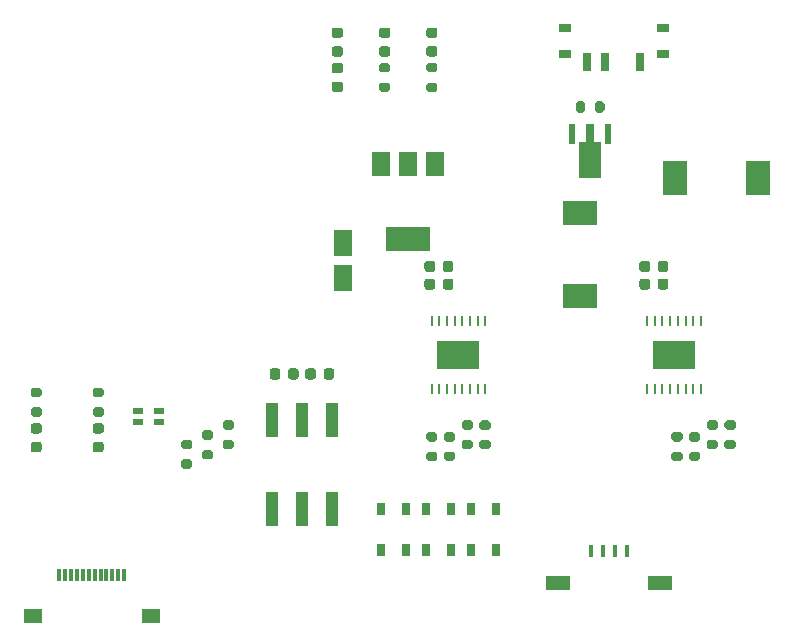
<source format=gtp>
G04 #@! TF.GenerationSoftware,KiCad,Pcbnew,(5.1.10)-1*
G04 #@! TF.CreationDate,2022-02-06T13:41:47+09:00*
G04 #@! TF.ProjectId,Power,506f7765-722e-46b6-9963-61645f706362,rev?*
G04 #@! TF.SameCoordinates,Original*
G04 #@! TF.FileFunction,Paste,Top*
G04 #@! TF.FilePolarity,Positive*
%FSLAX46Y46*%
G04 Gerber Fmt 4.6, Leading zero omitted, Abs format (unit mm)*
G04 Created by KiCad (PCBNEW (5.1.10)-1) date 2022-02-06 13:41:47*
%MOMM*%
%LPD*%
G01*
G04 APERTURE LIST*
%ADD10R,1.000000X0.800000*%
%ADD11R,0.700000X1.500000*%
%ADD12R,1.500000X2.000000*%
%ADD13R,3.800000X2.000000*%
%ADD14R,1.933000X3.030000*%
%ADD15R,0.580000X1.730000*%
%ADD16R,0.760000X1.500000*%
%ADD17R,2.000000X3.000000*%
%ADD18R,3.000000X2.000000*%
%ADD19R,1.600000X2.200000*%
%ADD20R,0.850000X0.500000*%
%ADD21R,0.400000X1.000000*%
%ADD22R,2.000000X1.300000*%
%ADD23R,1.000000X3.000000*%
%ADD24R,0.650000X1.050000*%
%ADD25R,3.550000X2.460000*%
%ADD26R,0.290000X0.970000*%
%ADD27R,1.650000X1.300000*%
%ADD28R,0.300000X1.000000*%
G04 APERTURE END LIST*
D10*
X22550000Y23500000D03*
X22550000Y25700000D03*
X14250000Y25700000D03*
X14250000Y23500000D03*
D11*
X20650000Y22850000D03*
X17650000Y22850000D03*
X16150000Y22850000D03*
D12*
X3300000Y14150000D03*
X-1300000Y14150000D03*
X1000000Y14150000D03*
D13*
X1000000Y7850000D03*
D14*
X16400000Y14542500D03*
D15*
X17900000Y16692500D03*
D16*
X16400000Y16807500D03*
D15*
X14900000Y16692500D03*
D17*
X30600000Y13000000D03*
X23600000Y13000000D03*
D18*
X15500000Y3000000D03*
X15500000Y10000000D03*
D19*
X-4500000Y4500000D03*
X-4500000Y7500000D03*
G36*
G01*
X-6825000Y-3350000D02*
X-6825000Y-3850000D01*
G75*
G02*
X-7050000Y-4075000I-225000J0D01*
G01*
X-7500000Y-4075000D01*
G75*
G02*
X-7725000Y-3850000I0J225000D01*
G01*
X-7725000Y-3350000D01*
G75*
G02*
X-7500000Y-3125000I225000J0D01*
G01*
X-7050000Y-3125000D01*
G75*
G02*
X-6825000Y-3350000I0J-225000D01*
G01*
G37*
G36*
G01*
X-5275000Y-3350000D02*
X-5275000Y-3850000D01*
G75*
G02*
X-5500000Y-4075000I-225000J0D01*
G01*
X-5950000Y-4075000D01*
G75*
G02*
X-6175000Y-3850000I0J225000D01*
G01*
X-6175000Y-3350000D01*
G75*
G02*
X-5950000Y-3125000I225000J0D01*
G01*
X-5500000Y-3125000D01*
G75*
G02*
X-5275000Y-3350000I0J-225000D01*
G01*
G37*
G36*
G01*
X-9175000Y-3850000D02*
X-9175000Y-3350000D01*
G75*
G02*
X-8950000Y-3125000I225000J0D01*
G01*
X-8500000Y-3125000D01*
G75*
G02*
X-8275000Y-3350000I0J-225000D01*
G01*
X-8275000Y-3850000D01*
G75*
G02*
X-8500000Y-4075000I-225000J0D01*
G01*
X-8950000Y-4075000D01*
G75*
G02*
X-9175000Y-3850000I0J225000D01*
G01*
G37*
G36*
G01*
X-10725000Y-3850000D02*
X-10725000Y-3350000D01*
G75*
G02*
X-10500000Y-3125000I225000J0D01*
G01*
X-10050000Y-3125000D01*
G75*
G02*
X-9825000Y-3350000I0J-225000D01*
G01*
X-9825000Y-3850000D01*
G75*
G02*
X-10050000Y-4075000I-225000J0D01*
G01*
X-10500000Y-4075000D01*
G75*
G02*
X-10725000Y-3850000I0J225000D01*
G01*
G37*
G36*
G01*
X21475000Y5750000D02*
X21475000Y5250000D01*
G75*
G02*
X21250000Y5025000I-225000J0D01*
G01*
X20800000Y5025000D01*
G75*
G02*
X20575000Y5250000I0J225000D01*
G01*
X20575000Y5750000D01*
G75*
G02*
X20800000Y5975000I225000J0D01*
G01*
X21250000Y5975000D01*
G75*
G02*
X21475000Y5750000I0J-225000D01*
G01*
G37*
G36*
G01*
X23025000Y5750000D02*
X23025000Y5250000D01*
G75*
G02*
X22800000Y5025000I-225000J0D01*
G01*
X22350000Y5025000D01*
G75*
G02*
X22125000Y5250000I0J225000D01*
G01*
X22125000Y5750000D01*
G75*
G02*
X22350000Y5975000I225000J0D01*
G01*
X22800000Y5975000D01*
G75*
G02*
X23025000Y5750000I0J-225000D01*
G01*
G37*
G36*
G01*
X3275000Y5750000D02*
X3275000Y5250000D01*
G75*
G02*
X3050000Y5025000I-225000J0D01*
G01*
X2600000Y5025000D01*
G75*
G02*
X2375000Y5250000I0J225000D01*
G01*
X2375000Y5750000D01*
G75*
G02*
X2600000Y5975000I225000J0D01*
G01*
X3050000Y5975000D01*
G75*
G02*
X3275000Y5750000I0J-225000D01*
G01*
G37*
G36*
G01*
X4825000Y5750000D02*
X4825000Y5250000D01*
G75*
G02*
X4600000Y5025000I-225000J0D01*
G01*
X4150000Y5025000D01*
G75*
G02*
X3925000Y5250000I0J225000D01*
G01*
X3925000Y5750000D01*
G75*
G02*
X4150000Y5975000I225000J0D01*
G01*
X4600000Y5975000D01*
G75*
G02*
X4825000Y5750000I0J-225000D01*
G01*
G37*
G36*
G01*
X21475000Y4250000D02*
X21475000Y3750000D01*
G75*
G02*
X21250000Y3525000I-225000J0D01*
G01*
X20800000Y3525000D01*
G75*
G02*
X20575000Y3750000I0J225000D01*
G01*
X20575000Y4250000D01*
G75*
G02*
X20800000Y4475000I225000J0D01*
G01*
X21250000Y4475000D01*
G75*
G02*
X21475000Y4250000I0J-225000D01*
G01*
G37*
G36*
G01*
X23025000Y4250000D02*
X23025000Y3750000D01*
G75*
G02*
X22800000Y3525000I-225000J0D01*
G01*
X22350000Y3525000D01*
G75*
G02*
X22125000Y3750000I0J225000D01*
G01*
X22125000Y4250000D01*
G75*
G02*
X22350000Y4475000I225000J0D01*
G01*
X22800000Y4475000D01*
G75*
G02*
X23025000Y4250000I0J-225000D01*
G01*
G37*
G36*
G01*
X3275000Y4250000D02*
X3275000Y3750000D01*
G75*
G02*
X3050000Y3525000I-225000J0D01*
G01*
X2600000Y3525000D01*
G75*
G02*
X2375000Y3750000I0J225000D01*
G01*
X2375000Y4250000D01*
G75*
G02*
X2600000Y4475000I225000J0D01*
G01*
X3050000Y4475000D01*
G75*
G02*
X3275000Y4250000I0J-225000D01*
G01*
G37*
G36*
G01*
X4825000Y4250000D02*
X4825000Y3750000D01*
G75*
G02*
X4600000Y3525000I-225000J0D01*
G01*
X4150000Y3525000D01*
G75*
G02*
X3925000Y3750000I0J225000D01*
G01*
X3925000Y4250000D01*
G75*
G02*
X4150000Y4475000I225000J0D01*
G01*
X4600000Y4475000D01*
G75*
G02*
X4825000Y4250000I0J-225000D01*
G01*
G37*
G36*
G01*
X-5256250Y24150000D02*
X-4743750Y24150000D01*
G75*
G02*
X-4525000Y23931250I0J-218750D01*
G01*
X-4525000Y23493750D01*
G75*
G02*
X-4743750Y23275000I-218750J0D01*
G01*
X-5256250Y23275000D01*
G75*
G02*
X-5475000Y23493750I0J218750D01*
G01*
X-5475000Y23931250D01*
G75*
G02*
X-5256250Y24150000I218750J0D01*
G01*
G37*
G36*
G01*
X-5256250Y25725000D02*
X-4743750Y25725000D01*
G75*
G02*
X-4525000Y25506250I0J-218750D01*
G01*
X-4525000Y25068750D01*
G75*
G02*
X-4743750Y24850000I-218750J0D01*
G01*
X-5256250Y24850000D01*
G75*
G02*
X-5475000Y25068750I0J218750D01*
G01*
X-5475000Y25506250D01*
G75*
G02*
X-5256250Y25725000I218750J0D01*
G01*
G37*
G36*
G01*
X-1256250Y24150000D02*
X-743750Y24150000D01*
G75*
G02*
X-525000Y23931250I0J-218750D01*
G01*
X-525000Y23493750D01*
G75*
G02*
X-743750Y23275000I-218750J0D01*
G01*
X-1256250Y23275000D01*
G75*
G02*
X-1475000Y23493750I0J218750D01*
G01*
X-1475000Y23931250D01*
G75*
G02*
X-1256250Y24150000I218750J0D01*
G01*
G37*
G36*
G01*
X-1256250Y25725000D02*
X-743750Y25725000D01*
G75*
G02*
X-525000Y25506250I0J-218750D01*
G01*
X-525000Y25068750D01*
G75*
G02*
X-743750Y24850000I-218750J0D01*
G01*
X-1256250Y24850000D01*
G75*
G02*
X-1475000Y25068750I0J218750D01*
G01*
X-1475000Y25506250D01*
G75*
G02*
X-1256250Y25725000I218750J0D01*
G01*
G37*
G36*
G01*
X2743750Y24150000D02*
X3256250Y24150000D01*
G75*
G02*
X3475000Y23931250I0J-218750D01*
G01*
X3475000Y23493750D01*
G75*
G02*
X3256250Y23275000I-218750J0D01*
G01*
X2743750Y23275000D01*
G75*
G02*
X2525000Y23493750I0J218750D01*
G01*
X2525000Y23931250D01*
G75*
G02*
X2743750Y24150000I218750J0D01*
G01*
G37*
G36*
G01*
X2743750Y25725000D02*
X3256250Y25725000D01*
G75*
G02*
X3475000Y25506250I0J-218750D01*
G01*
X3475000Y25068750D01*
G75*
G02*
X3256250Y24850000I-218750J0D01*
G01*
X2743750Y24850000D01*
G75*
G02*
X2525000Y25068750I0J218750D01*
G01*
X2525000Y25506250D01*
G75*
G02*
X2743750Y25725000I218750J0D01*
G01*
G37*
D20*
X-21875000Y-7700000D03*
X-20125000Y-7700000D03*
X-20125000Y-6700000D03*
X-21875000Y-6700000D03*
G36*
G01*
X-24993750Y-8650000D02*
X-25506250Y-8650000D01*
G75*
G02*
X-25725000Y-8431250I0J218750D01*
G01*
X-25725000Y-7993750D01*
G75*
G02*
X-25506250Y-7775000I218750J0D01*
G01*
X-24993750Y-7775000D01*
G75*
G02*
X-24775000Y-7993750I0J-218750D01*
G01*
X-24775000Y-8431250D01*
G75*
G02*
X-24993750Y-8650000I-218750J0D01*
G01*
G37*
G36*
G01*
X-24993750Y-10225000D02*
X-25506250Y-10225000D01*
G75*
G02*
X-25725000Y-10006250I0J218750D01*
G01*
X-25725000Y-9568750D01*
G75*
G02*
X-25506250Y-9350000I218750J0D01*
G01*
X-24993750Y-9350000D01*
G75*
G02*
X-24775000Y-9568750I0J-218750D01*
G01*
X-24775000Y-10006250D01*
G75*
G02*
X-24993750Y-10225000I-218750J0D01*
G01*
G37*
G36*
G01*
X-30243750Y-8650000D02*
X-30756250Y-8650000D01*
G75*
G02*
X-30975000Y-8431250I0J218750D01*
G01*
X-30975000Y-7993750D01*
G75*
G02*
X-30756250Y-7775000I218750J0D01*
G01*
X-30243750Y-7775000D01*
G75*
G02*
X-30025000Y-7993750I0J-218750D01*
G01*
X-30025000Y-8431250D01*
G75*
G02*
X-30243750Y-8650000I-218750J0D01*
G01*
G37*
G36*
G01*
X-30243750Y-10225000D02*
X-30756250Y-10225000D01*
G75*
G02*
X-30975000Y-10006250I0J218750D01*
G01*
X-30975000Y-9568750D01*
G75*
G02*
X-30756250Y-9350000I218750J0D01*
G01*
X-30243750Y-9350000D01*
G75*
G02*
X-30025000Y-9568750I0J-218750D01*
G01*
X-30025000Y-10006250D01*
G75*
G02*
X-30243750Y-10225000I-218750J0D01*
G01*
G37*
D21*
X19500000Y-18590000D03*
X18500000Y-18590000D03*
X17500000Y-18590000D03*
X16500000Y-18590000D03*
D22*
X22300000Y-21290000D03*
X13700000Y-21290000D03*
G36*
G01*
X15975000Y19275000D02*
X15975000Y18725000D01*
G75*
G02*
X15775000Y18525000I-200000J0D01*
G01*
X15375000Y18525000D01*
G75*
G02*
X15175000Y18725000I0J200000D01*
G01*
X15175000Y19275000D01*
G75*
G02*
X15375000Y19475000I200000J0D01*
G01*
X15775000Y19475000D01*
G75*
G02*
X15975000Y19275000I0J-200000D01*
G01*
G37*
G36*
G01*
X17625000Y19275000D02*
X17625000Y18725000D01*
G75*
G02*
X17425000Y18525000I-200000J0D01*
G01*
X17025000Y18525000D01*
G75*
G02*
X16825000Y18725000I0J200000D01*
G01*
X16825000Y19275000D01*
G75*
G02*
X17025000Y19475000I200000J0D01*
G01*
X17425000Y19475000D01*
G75*
G02*
X17625000Y19275000I0J-200000D01*
G01*
G37*
G36*
G01*
X-4743750Y21850000D02*
X-5256250Y21850000D01*
G75*
G02*
X-5475000Y22068750I0J218750D01*
G01*
X-5475000Y22506250D01*
G75*
G02*
X-5256250Y22725000I218750J0D01*
G01*
X-4743750Y22725000D01*
G75*
G02*
X-4525000Y22506250I0J-218750D01*
G01*
X-4525000Y22068750D01*
G75*
G02*
X-4743750Y21850000I-218750J0D01*
G01*
G37*
G36*
G01*
X-4743750Y20275000D02*
X-5256250Y20275000D01*
G75*
G02*
X-5475000Y20493750I0J218750D01*
G01*
X-5475000Y20931250D01*
G75*
G02*
X-5256250Y21150000I218750J0D01*
G01*
X-4743750Y21150000D01*
G75*
G02*
X-4525000Y20931250I0J-218750D01*
G01*
X-4525000Y20493750D01*
G75*
G02*
X-4743750Y20275000I-218750J0D01*
G01*
G37*
G36*
G01*
X-725000Y21925000D02*
X-1275000Y21925000D01*
G75*
G02*
X-1475000Y22125000I0J200000D01*
G01*
X-1475000Y22525000D01*
G75*
G02*
X-1275000Y22725000I200000J0D01*
G01*
X-725000Y22725000D01*
G75*
G02*
X-525000Y22525000I0J-200000D01*
G01*
X-525000Y22125000D01*
G75*
G02*
X-725000Y21925000I-200000J0D01*
G01*
G37*
G36*
G01*
X-725000Y20275000D02*
X-1275000Y20275000D01*
G75*
G02*
X-1475000Y20475000I0J200000D01*
G01*
X-1475000Y20875000D01*
G75*
G02*
X-1275000Y21075000I200000J0D01*
G01*
X-725000Y21075000D01*
G75*
G02*
X-525000Y20875000I0J-200000D01*
G01*
X-525000Y20475000D01*
G75*
G02*
X-725000Y20275000I-200000J0D01*
G01*
G37*
G36*
G01*
X3275000Y21925000D02*
X2725000Y21925000D01*
G75*
G02*
X2525000Y22125000I0J200000D01*
G01*
X2525000Y22525000D01*
G75*
G02*
X2725000Y22725000I200000J0D01*
G01*
X3275000Y22725000D01*
G75*
G02*
X3475000Y22525000I0J-200000D01*
G01*
X3475000Y22125000D01*
G75*
G02*
X3275000Y21925000I-200000J0D01*
G01*
G37*
G36*
G01*
X3275000Y20275000D02*
X2725000Y20275000D01*
G75*
G02*
X2525000Y20475000I0J200000D01*
G01*
X2525000Y20875000D01*
G75*
G02*
X2725000Y21075000I200000J0D01*
G01*
X3275000Y21075000D01*
G75*
G02*
X3475000Y20875000I0J-200000D01*
G01*
X3475000Y20475000D01*
G75*
G02*
X3275000Y20275000I-200000J0D01*
G01*
G37*
G36*
G01*
X24025000Y-9325000D02*
X23475000Y-9325000D01*
G75*
G02*
X23275000Y-9125000I0J200000D01*
G01*
X23275000Y-8725000D01*
G75*
G02*
X23475000Y-8525000I200000J0D01*
G01*
X24025000Y-8525000D01*
G75*
G02*
X24225000Y-8725000I0J-200000D01*
G01*
X24225000Y-9125000D01*
G75*
G02*
X24025000Y-9325000I-200000J0D01*
G01*
G37*
G36*
G01*
X24025000Y-10975000D02*
X23475000Y-10975000D01*
G75*
G02*
X23275000Y-10775000I0J200000D01*
G01*
X23275000Y-10375000D01*
G75*
G02*
X23475000Y-10175000I200000J0D01*
G01*
X24025000Y-10175000D01*
G75*
G02*
X24225000Y-10375000I0J-200000D01*
G01*
X24225000Y-10775000D01*
G75*
G02*
X24025000Y-10975000I-200000J0D01*
G01*
G37*
G36*
G01*
X3275000Y-9325000D02*
X2725000Y-9325000D01*
G75*
G02*
X2525000Y-9125000I0J200000D01*
G01*
X2525000Y-8725000D01*
G75*
G02*
X2725000Y-8525000I200000J0D01*
G01*
X3275000Y-8525000D01*
G75*
G02*
X3475000Y-8725000I0J-200000D01*
G01*
X3475000Y-9125000D01*
G75*
G02*
X3275000Y-9325000I-200000J0D01*
G01*
G37*
G36*
G01*
X3275000Y-10975000D02*
X2725000Y-10975000D01*
G75*
G02*
X2525000Y-10775000I0J200000D01*
G01*
X2525000Y-10375000D01*
G75*
G02*
X2725000Y-10175000I200000J0D01*
G01*
X3275000Y-10175000D01*
G75*
G02*
X3475000Y-10375000I0J-200000D01*
G01*
X3475000Y-10775000D01*
G75*
G02*
X3275000Y-10975000I-200000J0D01*
G01*
G37*
G36*
G01*
X4775000Y-9325000D02*
X4225000Y-9325000D01*
G75*
G02*
X4025000Y-9125000I0J200000D01*
G01*
X4025000Y-8725000D01*
G75*
G02*
X4225000Y-8525000I200000J0D01*
G01*
X4775000Y-8525000D01*
G75*
G02*
X4975000Y-8725000I0J-200000D01*
G01*
X4975000Y-9125000D01*
G75*
G02*
X4775000Y-9325000I-200000J0D01*
G01*
G37*
G36*
G01*
X4775000Y-10975000D02*
X4225000Y-10975000D01*
G75*
G02*
X4025000Y-10775000I0J200000D01*
G01*
X4025000Y-10375000D01*
G75*
G02*
X4225000Y-10175000I200000J0D01*
G01*
X4775000Y-10175000D01*
G75*
G02*
X4975000Y-10375000I0J-200000D01*
G01*
X4975000Y-10775000D01*
G75*
G02*
X4775000Y-10975000I-200000J0D01*
G01*
G37*
G36*
G01*
X-25525000Y-6425000D02*
X-24975000Y-6425000D01*
G75*
G02*
X-24775000Y-6625000I0J-200000D01*
G01*
X-24775000Y-7025000D01*
G75*
G02*
X-24975000Y-7225000I-200000J0D01*
G01*
X-25525000Y-7225000D01*
G75*
G02*
X-25725000Y-7025000I0J200000D01*
G01*
X-25725000Y-6625000D01*
G75*
G02*
X-25525000Y-6425000I200000J0D01*
G01*
G37*
G36*
G01*
X-25525000Y-4775000D02*
X-24975000Y-4775000D01*
G75*
G02*
X-24775000Y-4975000I0J-200000D01*
G01*
X-24775000Y-5375000D01*
G75*
G02*
X-24975000Y-5575000I-200000J0D01*
G01*
X-25525000Y-5575000D01*
G75*
G02*
X-25725000Y-5375000I0J200000D01*
G01*
X-25725000Y-4975000D01*
G75*
G02*
X-25525000Y-4775000I200000J0D01*
G01*
G37*
G36*
G01*
X-30775000Y-6425000D02*
X-30225000Y-6425000D01*
G75*
G02*
X-30025000Y-6625000I0J-200000D01*
G01*
X-30025000Y-7025000D01*
G75*
G02*
X-30225000Y-7225000I-200000J0D01*
G01*
X-30775000Y-7225000D01*
G75*
G02*
X-30975000Y-7025000I0J200000D01*
G01*
X-30975000Y-6625000D01*
G75*
G02*
X-30775000Y-6425000I200000J0D01*
G01*
G37*
G36*
G01*
X-30775000Y-4775000D02*
X-30225000Y-4775000D01*
G75*
G02*
X-30025000Y-4975000I0J-200000D01*
G01*
X-30025000Y-5375000D01*
G75*
G02*
X-30225000Y-5575000I-200000J0D01*
G01*
X-30775000Y-5575000D01*
G75*
G02*
X-30975000Y-5375000I0J200000D01*
G01*
X-30975000Y-4975000D01*
G75*
G02*
X-30775000Y-4775000I200000J0D01*
G01*
G37*
G36*
G01*
X25525000Y-9325000D02*
X24975000Y-9325000D01*
G75*
G02*
X24775000Y-9125000I0J200000D01*
G01*
X24775000Y-8725000D01*
G75*
G02*
X24975000Y-8525000I200000J0D01*
G01*
X25525000Y-8525000D01*
G75*
G02*
X25725000Y-8725000I0J-200000D01*
G01*
X25725000Y-9125000D01*
G75*
G02*
X25525000Y-9325000I-200000J0D01*
G01*
G37*
G36*
G01*
X25525000Y-10975000D02*
X24975000Y-10975000D01*
G75*
G02*
X24775000Y-10775000I0J200000D01*
G01*
X24775000Y-10375000D01*
G75*
G02*
X24975000Y-10175000I200000J0D01*
G01*
X25525000Y-10175000D01*
G75*
G02*
X25725000Y-10375000I0J-200000D01*
G01*
X25725000Y-10775000D01*
G75*
G02*
X25525000Y-10975000I-200000J0D01*
G01*
G37*
G36*
G01*
X5725000Y-9175000D02*
X6275000Y-9175000D01*
G75*
G02*
X6475000Y-9375000I0J-200000D01*
G01*
X6475000Y-9775000D01*
G75*
G02*
X6275000Y-9975000I-200000J0D01*
G01*
X5725000Y-9975000D01*
G75*
G02*
X5525000Y-9775000I0J200000D01*
G01*
X5525000Y-9375000D01*
G75*
G02*
X5725000Y-9175000I200000J0D01*
G01*
G37*
G36*
G01*
X5725000Y-7525000D02*
X6275000Y-7525000D01*
G75*
G02*
X6475000Y-7725000I0J-200000D01*
G01*
X6475000Y-8125000D01*
G75*
G02*
X6275000Y-8325000I-200000J0D01*
G01*
X5725000Y-8325000D01*
G75*
G02*
X5525000Y-8125000I0J200000D01*
G01*
X5525000Y-7725000D01*
G75*
G02*
X5725000Y-7525000I200000J0D01*
G01*
G37*
G36*
G01*
X27975000Y-9175000D02*
X28525000Y-9175000D01*
G75*
G02*
X28725000Y-9375000I0J-200000D01*
G01*
X28725000Y-9775000D01*
G75*
G02*
X28525000Y-9975000I-200000J0D01*
G01*
X27975000Y-9975000D01*
G75*
G02*
X27775000Y-9775000I0J200000D01*
G01*
X27775000Y-9375000D01*
G75*
G02*
X27975000Y-9175000I200000J0D01*
G01*
G37*
G36*
G01*
X27975000Y-7525000D02*
X28525000Y-7525000D01*
G75*
G02*
X28725000Y-7725000I0J-200000D01*
G01*
X28725000Y-8125000D01*
G75*
G02*
X28525000Y-8325000I-200000J0D01*
G01*
X27975000Y-8325000D01*
G75*
G02*
X27775000Y-8125000I0J200000D01*
G01*
X27775000Y-7725000D01*
G75*
G02*
X27975000Y-7525000I200000J0D01*
G01*
G37*
G36*
G01*
X7225000Y-9175000D02*
X7775000Y-9175000D01*
G75*
G02*
X7975000Y-9375000I0J-200000D01*
G01*
X7975000Y-9775000D01*
G75*
G02*
X7775000Y-9975000I-200000J0D01*
G01*
X7225000Y-9975000D01*
G75*
G02*
X7025000Y-9775000I0J200000D01*
G01*
X7025000Y-9375000D01*
G75*
G02*
X7225000Y-9175000I200000J0D01*
G01*
G37*
G36*
G01*
X7225000Y-7525000D02*
X7775000Y-7525000D01*
G75*
G02*
X7975000Y-7725000I0J-200000D01*
G01*
X7975000Y-8125000D01*
G75*
G02*
X7775000Y-8325000I-200000J0D01*
G01*
X7225000Y-8325000D01*
G75*
G02*
X7025000Y-8125000I0J200000D01*
G01*
X7025000Y-7725000D01*
G75*
G02*
X7225000Y-7525000I200000J0D01*
G01*
G37*
G36*
G01*
X-14525000Y-9175000D02*
X-13975000Y-9175000D01*
G75*
G02*
X-13775000Y-9375000I0J-200000D01*
G01*
X-13775000Y-9775000D01*
G75*
G02*
X-13975000Y-9975000I-200000J0D01*
G01*
X-14525000Y-9975000D01*
G75*
G02*
X-14725000Y-9775000I0J200000D01*
G01*
X-14725000Y-9375000D01*
G75*
G02*
X-14525000Y-9175000I200000J0D01*
G01*
G37*
G36*
G01*
X-14525000Y-7525000D02*
X-13975000Y-7525000D01*
G75*
G02*
X-13775000Y-7725000I0J-200000D01*
G01*
X-13775000Y-8125000D01*
G75*
G02*
X-13975000Y-8325000I-200000J0D01*
G01*
X-14525000Y-8325000D01*
G75*
G02*
X-14725000Y-8125000I0J200000D01*
G01*
X-14725000Y-7725000D01*
G75*
G02*
X-14525000Y-7525000I200000J0D01*
G01*
G37*
G36*
G01*
X-16275000Y-10025000D02*
X-15725000Y-10025000D01*
G75*
G02*
X-15525000Y-10225000I0J-200000D01*
G01*
X-15525000Y-10625000D01*
G75*
G02*
X-15725000Y-10825000I-200000J0D01*
G01*
X-16275000Y-10825000D01*
G75*
G02*
X-16475000Y-10625000I0J200000D01*
G01*
X-16475000Y-10225000D01*
G75*
G02*
X-16275000Y-10025000I200000J0D01*
G01*
G37*
G36*
G01*
X-16275000Y-8375000D02*
X-15725000Y-8375000D01*
G75*
G02*
X-15525000Y-8575000I0J-200000D01*
G01*
X-15525000Y-8975000D01*
G75*
G02*
X-15725000Y-9175000I-200000J0D01*
G01*
X-16275000Y-9175000D01*
G75*
G02*
X-16475000Y-8975000I0J200000D01*
G01*
X-16475000Y-8575000D01*
G75*
G02*
X-16275000Y-8375000I200000J0D01*
G01*
G37*
G36*
G01*
X-18025000Y-10825000D02*
X-17475000Y-10825000D01*
G75*
G02*
X-17275000Y-11025000I0J-200000D01*
G01*
X-17275000Y-11425000D01*
G75*
G02*
X-17475000Y-11625000I-200000J0D01*
G01*
X-18025000Y-11625000D01*
G75*
G02*
X-18225000Y-11425000I0J200000D01*
G01*
X-18225000Y-11025000D01*
G75*
G02*
X-18025000Y-10825000I200000J0D01*
G01*
G37*
G36*
G01*
X-18025000Y-9175000D02*
X-17475000Y-9175000D01*
G75*
G02*
X-17275000Y-9375000I0J-200000D01*
G01*
X-17275000Y-9775000D01*
G75*
G02*
X-17475000Y-9975000I-200000J0D01*
G01*
X-18025000Y-9975000D01*
G75*
G02*
X-18225000Y-9775000I0J200000D01*
G01*
X-18225000Y-9375000D01*
G75*
G02*
X-18025000Y-9175000I200000J0D01*
G01*
G37*
G36*
G01*
X26475000Y-9175000D02*
X27025000Y-9175000D01*
G75*
G02*
X27225000Y-9375000I0J-200000D01*
G01*
X27225000Y-9775000D01*
G75*
G02*
X27025000Y-9975000I-200000J0D01*
G01*
X26475000Y-9975000D01*
G75*
G02*
X26275000Y-9775000I0J200000D01*
G01*
X26275000Y-9375000D01*
G75*
G02*
X26475000Y-9175000I200000J0D01*
G01*
G37*
G36*
G01*
X26475000Y-7525000D02*
X27025000Y-7525000D01*
G75*
G02*
X27225000Y-7725000I0J-200000D01*
G01*
X27225000Y-8125000D01*
G75*
G02*
X27025000Y-8325000I-200000J0D01*
G01*
X26475000Y-8325000D01*
G75*
G02*
X26275000Y-8125000I0J200000D01*
G01*
X26275000Y-7725000D01*
G75*
G02*
X26475000Y-7525000I200000J0D01*
G01*
G37*
D23*
X-8000000Y-7500000D03*
X-5460000Y-15000000D03*
X-10540000Y-7500000D03*
X-8000000Y-15000000D03*
X-10540000Y-15000000D03*
X-5460000Y-7500000D03*
D24*
X6300000Y-18532500D03*
X6300000Y-15067500D03*
X8400000Y-18532500D03*
X8400000Y-15067500D03*
X2500000Y-18532500D03*
X2500000Y-15067500D03*
X4600000Y-18532500D03*
X4600000Y-15067500D03*
X-1300000Y-18482500D03*
X-1300000Y-15017500D03*
X800000Y-18482500D03*
X800000Y-15017500D03*
D25*
X23500000Y-2000000D03*
D26*
X21225000Y860000D03*
X21875000Y860000D03*
X22525000Y860000D03*
X23175000Y860000D03*
X23825000Y860000D03*
X24475000Y860000D03*
X25125000Y860000D03*
X25775000Y860000D03*
X25775000Y-4860000D03*
X25125000Y-4860000D03*
X24475000Y-4860000D03*
X23825000Y-4860000D03*
X23175000Y-4860000D03*
X22525000Y-4860000D03*
X21875000Y-4860000D03*
X21225000Y-4860000D03*
D25*
X5250000Y-2000000D03*
D26*
X2975000Y860000D03*
X3625000Y860000D03*
X4275000Y860000D03*
X4925000Y860000D03*
X5575000Y860000D03*
X6225000Y860000D03*
X6875000Y860000D03*
X7525000Y860000D03*
X7525000Y-4860000D03*
X6875000Y-4860000D03*
X6225000Y-4860000D03*
X5575000Y-4860000D03*
X4925000Y-4860000D03*
X4275000Y-4860000D03*
X3625000Y-4860000D03*
X2975000Y-4860000D03*
D27*
X-20800000Y-24100000D03*
X-30800000Y-24100000D03*
D28*
X-23050000Y-20650000D03*
X-23550000Y-20650000D03*
X-24050000Y-20650000D03*
X-24550000Y-20650000D03*
X-25050000Y-20650000D03*
X-25550000Y-20650000D03*
X-26050000Y-20650000D03*
X-26550000Y-20650000D03*
X-27050000Y-20650000D03*
X-27550000Y-20650000D03*
X-28050000Y-20650000D03*
X-28550000Y-20650000D03*
M02*

</source>
